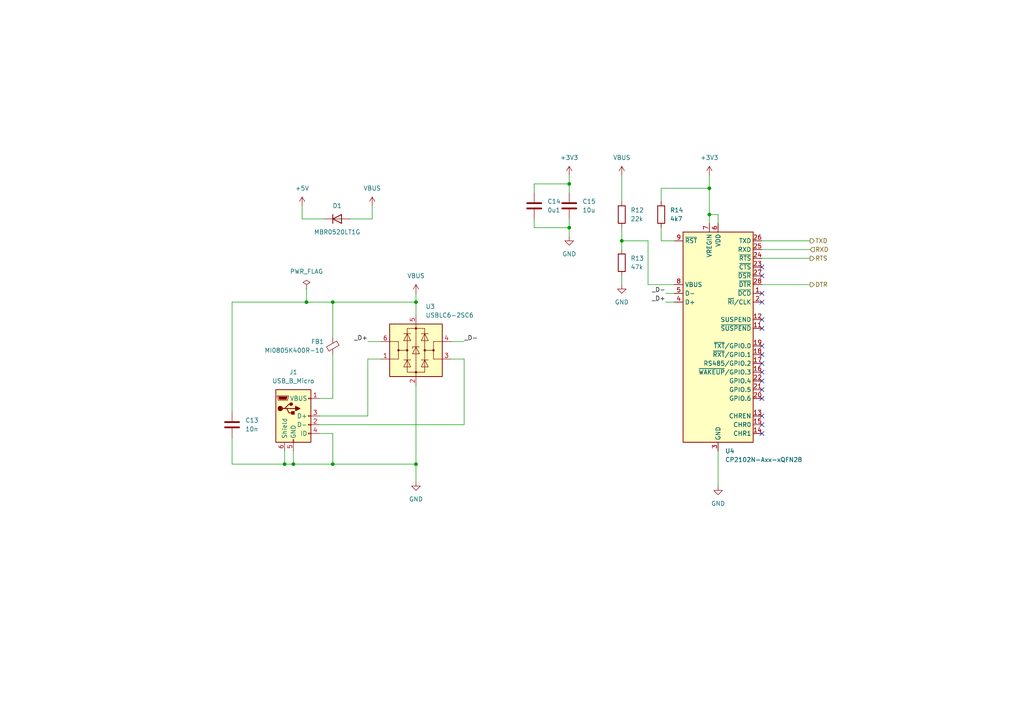
<source format=kicad_sch>
(kicad_sch (version 20211123) (generator eeschema)

  (uuid 5ce64adb-7d6f-4855-b260-23509984dabe)

  (paper "A4")

  (title_block
    (title "TJ Diag")
    (date "2023-09-12")
    (rev "V1.00")
    (company "andy@britishideas.com")
    (comment 1 "V210/ChryslerScanner_V210/schematic/ChryslerScanner_V210_schematic.pdf")
    (comment 2 "Based on: https://github.com/laszlodaniel/ChryslerScanner/blob/master/PCB/")
    (comment 3 "GPL V3 LICENSE")
  )

  (lib_symbols
    (symbol "Connector:USB_B_Micro" (pin_names (offset 1.016)) (in_bom yes) (on_board yes)
      (property "Reference" "J" (id 0) (at -5.08 11.43 0)
        (effects (font (size 1.27 1.27)) (justify left))
      )
      (property "Value" "USB_B_Micro" (id 1) (at -5.08 8.89 0)
        (effects (font (size 1.27 1.27)) (justify left))
      )
      (property "Footprint" "" (id 2) (at 3.81 -1.27 0)
        (effects (font (size 1.27 1.27)) hide)
      )
      (property "Datasheet" "~" (id 3) (at 3.81 -1.27 0)
        (effects (font (size 1.27 1.27)) hide)
      )
      (property "ki_keywords" "connector USB micro" (id 4) (at 0 0 0)
        (effects (font (size 1.27 1.27)) hide)
      )
      (property "ki_description" "USB Micro Type B connector" (id 5) (at 0 0 0)
        (effects (font (size 1.27 1.27)) hide)
      )
      (property "ki_fp_filters" "USB*" (id 6) (at 0 0 0)
        (effects (font (size 1.27 1.27)) hide)
      )
      (symbol "USB_B_Micro_0_1"
        (rectangle (start -5.08 -7.62) (end 5.08 7.62)
          (stroke (width 0.254) (type default) (color 0 0 0 0))
          (fill (type background))
        )
        (circle (center -3.81 2.159) (radius 0.635)
          (stroke (width 0.254) (type default) (color 0 0 0 0))
          (fill (type outline))
        )
        (circle (center -0.635 3.429) (radius 0.381)
          (stroke (width 0.254) (type default) (color 0 0 0 0))
          (fill (type outline))
        )
        (rectangle (start -0.127 -7.62) (end 0.127 -6.858)
          (stroke (width 0) (type default) (color 0 0 0 0))
          (fill (type none))
        )
        (polyline
          (pts
            (xy -1.905 2.159)
            (xy 0.635 2.159)
          )
          (stroke (width 0.254) (type default) (color 0 0 0 0))
          (fill (type none))
        )
        (polyline
          (pts
            (xy -3.175 2.159)
            (xy -2.54 2.159)
            (xy -1.27 3.429)
            (xy -0.635 3.429)
          )
          (stroke (width 0.254) (type default) (color 0 0 0 0))
          (fill (type none))
        )
        (polyline
          (pts
            (xy -2.54 2.159)
            (xy -1.905 2.159)
            (xy -1.27 0.889)
            (xy 0 0.889)
          )
          (stroke (width 0.254) (type default) (color 0 0 0 0))
          (fill (type none))
        )
        (polyline
          (pts
            (xy 0.635 2.794)
            (xy 0.635 1.524)
            (xy 1.905 2.159)
            (xy 0.635 2.794)
          )
          (stroke (width 0.254) (type default) (color 0 0 0 0))
          (fill (type outline))
        )
        (polyline
          (pts
            (xy -4.318 5.588)
            (xy -1.778 5.588)
            (xy -2.032 4.826)
            (xy -4.064 4.826)
            (xy -4.318 5.588)
          )
          (stroke (width 0) (type default) (color 0 0 0 0))
          (fill (type outline))
        )
        (polyline
          (pts
            (xy -4.699 5.842)
            (xy -4.699 5.588)
            (xy -4.445 4.826)
            (xy -4.445 4.572)
            (xy -1.651 4.572)
            (xy -1.651 4.826)
            (xy -1.397 5.588)
            (xy -1.397 5.842)
            (xy -4.699 5.842)
          )
          (stroke (width 0) (type default) (color 0 0 0 0))
          (fill (type none))
        )
        (rectangle (start 0.254 1.27) (end -0.508 0.508)
          (stroke (width 0.254) (type default) (color 0 0 0 0))
          (fill (type outline))
        )
        (rectangle (start 5.08 -5.207) (end 4.318 -4.953)
          (stroke (width 0) (type default) (color 0 0 0 0))
          (fill (type none))
        )
        (rectangle (start 5.08 -2.667) (end 4.318 -2.413)
          (stroke (width 0) (type default) (color 0 0 0 0))
          (fill (type none))
        )
        (rectangle (start 5.08 -0.127) (end 4.318 0.127)
          (stroke (width 0) (type default) (color 0 0 0 0))
          (fill (type none))
        )
        (rectangle (start 5.08 4.953) (end 4.318 5.207)
          (stroke (width 0) (type default) (color 0 0 0 0))
          (fill (type none))
        )
      )
      (symbol "USB_B_Micro_1_1"
        (pin power_out line (at 7.62 5.08 180) (length 2.54)
          (name "VBUS" (effects (font (size 1.27 1.27))))
          (number "1" (effects (font (size 1.27 1.27))))
        )
        (pin bidirectional line (at 7.62 -2.54 180) (length 2.54)
          (name "D-" (effects (font (size 1.27 1.27))))
          (number "2" (effects (font (size 1.27 1.27))))
        )
        (pin bidirectional line (at 7.62 0 180) (length 2.54)
          (name "D+" (effects (font (size 1.27 1.27))))
          (number "3" (effects (font (size 1.27 1.27))))
        )
        (pin passive line (at 7.62 -5.08 180) (length 2.54)
          (name "ID" (effects (font (size 1.27 1.27))))
          (number "4" (effects (font (size 1.27 1.27))))
        )
        (pin power_out line (at 0 -10.16 90) (length 2.54)
          (name "GND" (effects (font (size 1.27 1.27))))
          (number "5" (effects (font (size 1.27 1.27))))
        )
        (pin passive line (at -2.54 -10.16 90) (length 2.54)
          (name "Shield" (effects (font (size 1.27 1.27))))
          (number "6" (effects (font (size 1.27 1.27))))
        )
      )
    )
    (symbol "Device:C" (pin_numbers hide) (pin_names (offset 0.254)) (in_bom yes) (on_board yes)
      (property "Reference" "C" (id 0) (at 0.635 2.54 0)
        (effects (font (size 1.27 1.27)) (justify left))
      )
      (property "Value" "C" (id 1) (at 0.635 -2.54 0)
        (effects (font (size 1.27 1.27)) (justify left))
      )
      (property "Footprint" "" (id 2) (at 0.9652 -3.81 0)
        (effects (font (size 1.27 1.27)) hide)
      )
      (property "Datasheet" "~" (id 3) (at 0 0 0)
        (effects (font (size 1.27 1.27)) hide)
      )
      (property "ki_keywords" "cap capacitor" (id 4) (at 0 0 0)
        (effects (font (size 1.27 1.27)) hide)
      )
      (property "ki_description" "Unpolarized capacitor" (id 5) (at 0 0 0)
        (effects (font (size 1.27 1.27)) hide)
      )
      (property "ki_fp_filters" "C_*" (id 6) (at 0 0 0)
        (effects (font (size 1.27 1.27)) hide)
      )
      (symbol "C_0_1"
        (polyline
          (pts
            (xy -2.032 -0.762)
            (xy 2.032 -0.762)
          )
          (stroke (width 0.508) (type default) (color 0 0 0 0))
          (fill (type none))
        )
        (polyline
          (pts
            (xy -2.032 0.762)
            (xy 2.032 0.762)
          )
          (stroke (width 0.508) (type default) (color 0 0 0 0))
          (fill (type none))
        )
      )
      (symbol "C_1_1"
        (pin passive line (at 0 3.81 270) (length 2.794)
          (name "~" (effects (font (size 1.27 1.27))))
          (number "1" (effects (font (size 1.27 1.27))))
        )
        (pin passive line (at 0 -3.81 90) (length 2.794)
          (name "~" (effects (font (size 1.27 1.27))))
          (number "2" (effects (font (size 1.27 1.27))))
        )
      )
    )
    (symbol "Device:D" (pin_numbers hide) (pin_names (offset 1.016) hide) (in_bom yes) (on_board yes)
      (property "Reference" "D" (id 0) (at 0 2.54 0)
        (effects (font (size 1.27 1.27)))
      )
      (property "Value" "D" (id 1) (at 0 -2.54 0)
        (effects (font (size 1.27 1.27)))
      )
      (property "Footprint" "" (id 2) (at 0 0 0)
        (effects (font (size 1.27 1.27)) hide)
      )
      (property "Datasheet" "~" (id 3) (at 0 0 0)
        (effects (font (size 1.27 1.27)) hide)
      )
      (property "ki_keywords" "diode" (id 4) (at 0 0 0)
        (effects (font (size 1.27 1.27)) hide)
      )
      (property "ki_description" "Diode" (id 5) (at 0 0 0)
        (effects (font (size 1.27 1.27)) hide)
      )
      (property "ki_fp_filters" "TO-???* *_Diode_* *SingleDiode* D_*" (id 6) (at 0 0 0)
        (effects (font (size 1.27 1.27)) hide)
      )
      (symbol "D_0_1"
        (polyline
          (pts
            (xy -1.27 1.27)
            (xy -1.27 -1.27)
          )
          (stroke (width 0.254) (type default) (color 0 0 0 0))
          (fill (type none))
        )
        (polyline
          (pts
            (xy 1.27 0)
            (xy -1.27 0)
          )
          (stroke (width 0) (type default) (color 0 0 0 0))
          (fill (type none))
        )
        (polyline
          (pts
            (xy 1.27 1.27)
            (xy 1.27 -1.27)
            (xy -1.27 0)
            (xy 1.27 1.27)
          )
          (stroke (width 0.254) (type default) (color 0 0 0 0))
          (fill (type none))
        )
      )
      (symbol "D_1_1"
        (pin passive line (at -3.81 0 0) (length 2.54)
          (name "K" (effects (font (size 1.27 1.27))))
          (number "1" (effects (font (size 1.27 1.27))))
        )
        (pin passive line (at 3.81 0 180) (length 2.54)
          (name "A" (effects (font (size 1.27 1.27))))
          (number "2" (effects (font (size 1.27 1.27))))
        )
      )
    )
    (symbol "Device:FerriteBead_Small" (pin_numbers hide) (pin_names (offset 0)) (in_bom yes) (on_board yes)
      (property "Reference" "FB" (id 0) (at 1.905 1.27 0)
        (effects (font (size 1.27 1.27)) (justify left))
      )
      (property "Value" "FerriteBead_Small" (id 1) (at 1.905 -1.27 0)
        (effects (font (size 1.27 1.27)) (justify left))
      )
      (property "Footprint" "" (id 2) (at -1.778 0 90)
        (effects (font (size 1.27 1.27)) hide)
      )
      (property "Datasheet" "~" (id 3) (at 0 0 0)
        (effects (font (size 1.27 1.27)) hide)
      )
      (property "ki_keywords" "L ferrite bead inductor filter" (id 4) (at 0 0 0)
        (effects (font (size 1.27 1.27)) hide)
      )
      (property "ki_description" "Ferrite bead, small symbol" (id 5) (at 0 0 0)
        (effects (font (size 1.27 1.27)) hide)
      )
      (property "ki_fp_filters" "Inductor_* L_* *Ferrite*" (id 6) (at 0 0 0)
        (effects (font (size 1.27 1.27)) hide)
      )
      (symbol "FerriteBead_Small_0_1"
        (polyline
          (pts
            (xy 0 -1.27)
            (xy 0 -0.7874)
          )
          (stroke (width 0) (type default) (color 0 0 0 0))
          (fill (type none))
        )
        (polyline
          (pts
            (xy 0 0.889)
            (xy 0 1.2954)
          )
          (stroke (width 0) (type default) (color 0 0 0 0))
          (fill (type none))
        )
        (polyline
          (pts
            (xy -1.8288 0.2794)
            (xy -1.1176 1.4986)
            (xy 1.8288 -0.2032)
            (xy 1.1176 -1.4224)
            (xy -1.8288 0.2794)
          )
          (stroke (width 0) (type default) (color 0 0 0 0))
          (fill (type none))
        )
      )
      (symbol "FerriteBead_Small_1_1"
        (pin passive line (at 0 2.54 270) (length 1.27)
          (name "~" (effects (font (size 1.27 1.27))))
          (number "1" (effects (font (size 1.27 1.27))))
        )
        (pin passive line (at 0 -2.54 90) (length 1.27)
          (name "~" (effects (font (size 1.27 1.27))))
          (number "2" (effects (font (size 1.27 1.27))))
        )
      )
    )
    (symbol "Device:R" (pin_numbers hide) (pin_names (offset 0)) (in_bom yes) (on_board yes)
      (property "Reference" "R" (id 0) (at 2.032 0 90)
        (effects (font (size 1.27 1.27)))
      )
      (property "Value" "R" (id 1) (at 0 0 90)
        (effects (font (size 1.27 1.27)))
      )
      (property "Footprint" "" (id 2) (at -1.778 0 90)
        (effects (font (size 1.27 1.27)) hide)
      )
      (property "Datasheet" "~" (id 3) (at 0 0 0)
        (effects (font (size 1.27 1.27)) hide)
      )
      (property "ki_keywords" "R res resistor" (id 4) (at 0 0 0)
        (effects (font (size 1.27 1.27)) hide)
      )
      (property "ki_description" "Resistor" (id 5) (at 0 0 0)
        (effects (font (size 1.27 1.27)) hide)
      )
      (property "ki_fp_filters" "R_*" (id 6) (at 0 0 0)
        (effects (font (size 1.27 1.27)) hide)
      )
      (symbol "R_0_1"
        (rectangle (start -1.016 -2.54) (end 1.016 2.54)
          (stroke (width 0.254) (type default) (color 0 0 0 0))
          (fill (type none))
        )
      )
      (symbol "R_1_1"
        (pin passive line (at 0 3.81 270) (length 1.27)
          (name "~" (effects (font (size 1.27 1.27))))
          (number "1" (effects (font (size 1.27 1.27))))
        )
        (pin passive line (at 0 -3.81 90) (length 1.27)
          (name "~" (effects (font (size 1.27 1.27))))
          (number "2" (effects (font (size 1.27 1.27))))
        )
      )
    )
    (symbol "Interface_USB:CP2102N-Axx-xQFN28" (in_bom yes) (on_board yes)
      (property "Reference" "U" (id 0) (at -8.89 31.75 0)
        (effects (font (size 1.27 1.27)))
      )
      (property "Value" "CP2102N-Axx-xQFN28" (id 1) (at 12.7 31.75 0)
        (effects (font (size 1.27 1.27)))
      )
      (property "Footprint" "Package_DFN_QFN:QFN-28-1EP_5x5mm_P0.5mm_EP3.35x3.35mm" (id 2) (at 33.02 -31.75 0)
        (effects (font (size 1.27 1.27)) hide)
      )
      (property "Datasheet" "https://www.silabs.com/documents/public/data-sheets/cp2102n-datasheet.pdf" (id 3) (at 1.27 -19.05 0)
        (effects (font (size 1.27 1.27)) hide)
      )
      (property "ki_keywords" "USB UART bridge" (id 4) (at 0 0 0)
        (effects (font (size 1.27 1.27)) hide)
      )
      (property "ki_description" "USB to UART master bridge, QFN-28" (id 5) (at 0 0 0)
        (effects (font (size 1.27 1.27)) hide)
      )
      (property "ki_fp_filters" "QFN*1EP*5x5mm*P0.5mm*" (id 6) (at 0 0 0)
        (effects (font (size 1.27 1.27)) hide)
      )
      (symbol "CP2102N-Axx-xQFN28_0_1"
        (rectangle (start -10.16 30.48) (end 10.16 -30.48)
          (stroke (width 0.254) (type default) (color 0 0 0 0))
          (fill (type background))
        )
      )
      (symbol "CP2102N-Axx-xQFN28_1_1"
        (pin input line (at 12.7 12.7 180) (length 2.54)
          (name "~{DCD}" (effects (font (size 1.27 1.27))))
          (number "1" (effects (font (size 1.27 1.27))))
        )
        (pin no_connect line (at -10.16 -27.94 0) (length 2.54) hide
          (name "NC" (effects (font (size 1.27 1.27))))
          (number "10" (effects (font (size 1.27 1.27))))
        )
        (pin output line (at 12.7 2.54 180) (length 2.54)
          (name "~{SUSPEND}" (effects (font (size 1.27 1.27))))
          (number "11" (effects (font (size 1.27 1.27))))
        )
        (pin output line (at 12.7 5.08 180) (length 2.54)
          (name "SUSPEND" (effects (font (size 1.27 1.27))))
          (number "12" (effects (font (size 1.27 1.27))))
        )
        (pin output line (at 12.7 -22.86 180) (length 2.54)
          (name "CHREN" (effects (font (size 1.27 1.27))))
          (number "13" (effects (font (size 1.27 1.27))))
        )
        (pin output line (at 12.7 -27.94 180) (length 2.54)
          (name "CHR1" (effects (font (size 1.27 1.27))))
          (number "14" (effects (font (size 1.27 1.27))))
        )
        (pin output line (at 12.7 -25.4 180) (length 2.54)
          (name "CHR0" (effects (font (size 1.27 1.27))))
          (number "15" (effects (font (size 1.27 1.27))))
        )
        (pin bidirectional line (at 12.7 -10.16 180) (length 2.54)
          (name "~{WAKEUP}/GPIO.3" (effects (font (size 1.27 1.27))))
          (number "16" (effects (font (size 1.27 1.27))))
        )
        (pin bidirectional line (at 12.7 -7.62 180) (length 2.54)
          (name "RS485/GPIO.2" (effects (font (size 1.27 1.27))))
          (number "17" (effects (font (size 1.27 1.27))))
        )
        (pin bidirectional line (at 12.7 -5.08 180) (length 2.54)
          (name "~{RXT}/GPIO.1" (effects (font (size 1.27 1.27))))
          (number "18" (effects (font (size 1.27 1.27))))
        )
        (pin bidirectional line (at 12.7 -2.54 180) (length 2.54)
          (name "~{TXT}/GPIO.0" (effects (font (size 1.27 1.27))))
          (number "19" (effects (font (size 1.27 1.27))))
        )
        (pin bidirectional line (at 12.7 10.16 180) (length 2.54)
          (name "~{RI}/CLK" (effects (font (size 1.27 1.27))))
          (number "2" (effects (font (size 1.27 1.27))))
        )
        (pin bidirectional line (at 12.7 -17.78 180) (length 2.54)
          (name "GPIO.6" (effects (font (size 1.27 1.27))))
          (number "20" (effects (font (size 1.27 1.27))))
        )
        (pin bidirectional line (at 12.7 -15.24 180) (length 2.54)
          (name "GPIO.5" (effects (font (size 1.27 1.27))))
          (number "21" (effects (font (size 1.27 1.27))))
        )
        (pin bidirectional line (at 12.7 -12.7 180) (length 2.54)
          (name "GPIO.4" (effects (font (size 1.27 1.27))))
          (number "22" (effects (font (size 1.27 1.27))))
        )
        (pin input line (at 12.7 20.32 180) (length 2.54)
          (name "~{CTS}" (effects (font (size 1.27 1.27))))
          (number "23" (effects (font (size 1.27 1.27))))
        )
        (pin output line (at 12.7 22.86 180) (length 2.54)
          (name "~{RTS}" (effects (font (size 1.27 1.27))))
          (number "24" (effects (font (size 1.27 1.27))))
        )
        (pin input line (at 12.7 25.4 180) (length 2.54)
          (name "RXD" (effects (font (size 1.27 1.27))))
          (number "25" (effects (font (size 1.27 1.27))))
        )
        (pin output line (at 12.7 27.94 180) (length 2.54)
          (name "TXD" (effects (font (size 1.27 1.27))))
          (number "26" (effects (font (size 1.27 1.27))))
        )
        (pin input line (at 12.7 17.78 180) (length 2.54)
          (name "~{DSR}" (effects (font (size 1.27 1.27))))
          (number "27" (effects (font (size 1.27 1.27))))
        )
        (pin output line (at 12.7 15.24 180) (length 2.54)
          (name "~{DTR}" (effects (font (size 1.27 1.27))))
          (number "28" (effects (font (size 1.27 1.27))))
        )
        (pin passive line (at 0 -33.02 90) (length 2.54) hide
          (name "GND" (effects (font (size 1.27 1.27))))
          (number "29" (effects (font (size 1.27 1.27))))
        )
        (pin power_in line (at 0 -33.02 90) (length 2.54)
          (name "GND" (effects (font (size 1.27 1.27))))
          (number "3" (effects (font (size 1.27 1.27))))
        )
        (pin bidirectional line (at -12.7 10.16 0) (length 2.54)
          (name "D+" (effects (font (size 1.27 1.27))))
          (number "4" (effects (font (size 1.27 1.27))))
        )
        (pin bidirectional line (at -12.7 12.7 0) (length 2.54)
          (name "D-" (effects (font (size 1.27 1.27))))
          (number "5" (effects (font (size 1.27 1.27))))
        )
        (pin power_in line (at 0 33.02 270) (length 2.54)
          (name "VDD" (effects (font (size 1.27 1.27))))
          (number "6" (effects (font (size 1.27 1.27))))
        )
        (pin power_in line (at -2.54 33.02 270) (length 2.54)
          (name "VREGIN" (effects (font (size 1.27 1.27))))
          (number "7" (effects (font (size 1.27 1.27))))
        )
        (pin input line (at -12.7 15.24 0) (length 2.54)
          (name "VBUS" (effects (font (size 1.27 1.27))))
          (number "8" (effects (font (size 1.27 1.27))))
        )
        (pin input line (at -12.7 27.94 0) (length 2.54)
          (name "~{RST}" (effects (font (size 1.27 1.27))))
          (number "9" (effects (font (size 1.27 1.27))))
        )
      )
    )
    (symbol "Power_Protection:USBLC6-2SC6" (pin_names hide) (in_bom yes) (on_board yes)
      (property "Reference" "U" (id 0) (at 2.54 8.89 0)
        (effects (font (size 1.27 1.27)) (justify left))
      )
      (property "Value" "USBLC6-2SC6" (id 1) (at 2.54 -8.89 0)
        (effects (font (size 1.27 1.27)) (justify left))
      )
      (property "Footprint" "Package_TO_SOT_SMD:SOT-23-6" (id 2) (at 0 -12.7 0)
        (effects (font (size 1.27 1.27)) hide)
      )
      (property "Datasheet" "https://www.st.com/resource/en/datasheet/usblc6-2.pdf" (id 3) (at 5.08 8.89 0)
        (effects (font (size 1.27 1.27)) hide)
      )
      (property "ki_keywords" "usb ethernet video" (id 4) (at 0 0 0)
        (effects (font (size 1.27 1.27)) hide)
      )
      (property "ki_description" "Very low capacitance ESD protection diode, 2 data-line, SOT-23-6" (id 5) (at 0 0 0)
        (effects (font (size 1.27 1.27)) hide)
      )
      (property "ki_fp_filters" "SOT?23*" (id 6) (at 0 0 0)
        (effects (font (size 1.27 1.27)) hide)
      )
      (symbol "USBLC6-2SC6_0_1"
        (rectangle (start -7.62 -7.62) (end 7.62 7.62)
          (stroke (width 0.254) (type default) (color 0 0 0 0))
          (fill (type background))
        )
        (circle (center -5.08 0) (radius 0.254)
          (stroke (width 0) (type default) (color 0 0 0 0))
          (fill (type outline))
        )
        (circle (center -2.54 0) (radius 0.254)
          (stroke (width 0) (type default) (color 0 0 0 0))
          (fill (type outline))
        )
        (rectangle (start -2.54 6.35) (end 2.54 -6.35)
          (stroke (width 0) (type default) (color 0 0 0 0))
          (fill (type none))
        )
        (circle (center 0 -6.35) (radius 0.254)
          (stroke (width 0) (type default) (color 0 0 0 0))
          (fill (type outline))
        )
        (polyline
          (pts
            (xy -5.08 -2.54)
            (xy -7.62 -2.54)
          )
          (stroke (width 0) (type default) (color 0 0 0 0))
          (fill (type none))
        )
        (polyline
          (pts
            (xy -5.08 0)
            (xy -5.08 -2.54)
          )
          (stroke (width 0) (type default) (color 0 0 0 0))
          (fill (type none))
        )
        (polyline
          (pts
            (xy -5.08 2.54)
            (xy -7.62 2.54)
          )
          (stroke (width 0) (type default) (color 0 0 0 0))
          (fill (type none))
        )
        (polyline
          (pts
            (xy -1.524 -2.794)
            (xy -3.556 -2.794)
          )
          (stroke (width 0) (type default) (color 0 0 0 0))
          (fill (type none))
        )
        (polyline
          (pts
            (xy -1.524 4.826)
            (xy -3.556 4.826)
          )
          (stroke (width 0) (type default) (color 0 0 0 0))
          (fill (type none))
        )
        (polyline
          (pts
            (xy 0 -7.62)
            (xy 0 -6.35)
          )
          (stroke (width 0) (type default) (color 0 0 0 0))
          (fill (type none))
        )
        (polyline
          (pts
            (xy 0 -6.35)
            (xy 0 1.27)
          )
          (stroke (width 0) (type default) (color 0 0 0 0))
          (fill (type none))
        )
        (polyline
          (pts
            (xy 0 1.27)
            (xy 0 6.35)
          )
          (stroke (width 0) (type default) (color 0 0 0 0))
          (fill (type none))
        )
        (polyline
          (pts
            (xy 0 6.35)
            (xy 0 7.62)
          )
          (stroke (width 0) (type default) (color 0 0 0 0))
          (fill (type none))
        )
        (polyline
          (pts
            (xy 1.524 -2.794)
            (xy 3.556 -2.794)
          )
          (stroke (width 0) (type default) (color 0 0 0 0))
          (fill (type none))
        )
        (polyline
          (pts
            (xy 1.524 4.826)
            (xy 3.556 4.826)
          )
          (stroke (width 0) (type default) (color 0 0 0 0))
          (fill (type none))
        )
        (polyline
          (pts
            (xy 5.08 -2.54)
            (xy 7.62 -2.54)
          )
          (stroke (width 0) (type default) (color 0 0 0 0))
          (fill (type none))
        )
        (polyline
          (pts
            (xy 5.08 0)
            (xy 5.08 -2.54)
          )
          (stroke (width 0) (type default) (color 0 0 0 0))
          (fill (type none))
        )
        (polyline
          (pts
            (xy 5.08 2.54)
            (xy 7.62 2.54)
          )
          (stroke (width 0) (type default) (color 0 0 0 0))
          (fill (type none))
        )
        (polyline
          (pts
            (xy -2.54 0)
            (xy -5.08 0)
            (xy -5.08 2.54)
          )
          (stroke (width 0) (type default) (color 0 0 0 0))
          (fill (type none))
        )
        (polyline
          (pts
            (xy 2.54 0)
            (xy 5.08 0)
            (xy 5.08 2.54)
          )
          (stroke (width 0) (type default) (color 0 0 0 0))
          (fill (type none))
        )
        (polyline
          (pts
            (xy -3.556 -4.826)
            (xy -1.524 -4.826)
            (xy -2.54 -2.794)
            (xy -3.556 -4.826)
          )
          (stroke (width 0) (type default) (color 0 0 0 0))
          (fill (type none))
        )
        (polyline
          (pts
            (xy -3.556 2.794)
            (xy -1.524 2.794)
            (xy -2.54 4.826)
            (xy -3.556 2.794)
          )
          (stroke (width 0) (type default) (color 0 0 0 0))
          (fill (type none))
        )
        (polyline
          (pts
            (xy -1.016 -1.016)
            (xy 1.016 -1.016)
            (xy 0 1.016)
            (xy -1.016 -1.016)
          )
          (stroke (width 0) (type default) (color 0 0 0 0))
          (fill (type none))
        )
        (polyline
          (pts
            (xy 1.016 1.016)
            (xy 0.762 1.016)
            (xy -1.016 1.016)
            (xy -1.016 0.508)
          )
          (stroke (width 0) (type default) (color 0 0 0 0))
          (fill (type none))
        )
        (polyline
          (pts
            (xy 3.556 -4.826)
            (xy 1.524 -4.826)
            (xy 2.54 -2.794)
            (xy 3.556 -4.826)
          )
          (stroke (width 0) (type default) (color 0 0 0 0))
          (fill (type none))
        )
        (polyline
          (pts
            (xy 3.556 2.794)
            (xy 1.524 2.794)
            (xy 2.54 4.826)
            (xy 3.556 2.794)
          )
          (stroke (width 0) (type default) (color 0 0 0 0))
          (fill (type none))
        )
        (circle (center 0 6.35) (radius 0.254)
          (stroke (width 0) (type default) (color 0 0 0 0))
          (fill (type outline))
        )
        (circle (center 2.54 0) (radius 0.254)
          (stroke (width 0) (type default) (color 0 0 0 0))
          (fill (type outline))
        )
        (circle (center 5.08 0) (radius 0.254)
          (stroke (width 0) (type default) (color 0 0 0 0))
          (fill (type outline))
        )
      )
      (symbol "USBLC6-2SC6_1_1"
        (pin passive line (at -10.16 -2.54 0) (length 2.54)
          (name "I/O1" (effects (font (size 1.27 1.27))))
          (number "1" (effects (font (size 1.27 1.27))))
        )
        (pin passive line (at 0 -10.16 90) (length 2.54)
          (name "GND" (effects (font (size 1.27 1.27))))
          (number "2" (effects (font (size 1.27 1.27))))
        )
        (pin passive line (at 10.16 -2.54 180) (length 2.54)
          (name "I/O2" (effects (font (size 1.27 1.27))))
          (number "3" (effects (font (size 1.27 1.27))))
        )
        (pin passive line (at 10.16 2.54 180) (length 2.54)
          (name "I/O2" (effects (font (size 1.27 1.27))))
          (number "4" (effects (font (size 1.27 1.27))))
        )
        (pin passive line (at 0 10.16 270) (length 2.54)
          (name "VBUS" (effects (font (size 1.27 1.27))))
          (number "5" (effects (font (size 1.27 1.27))))
        )
        (pin passive line (at -10.16 2.54 0) (length 2.54)
          (name "I/O1" (effects (font (size 1.27 1.27))))
          (number "6" (effects (font (size 1.27 1.27))))
        )
      )
    )
    (symbol "power:+3V3" (power) (pin_names (offset 0)) (in_bom yes) (on_board yes)
      (property "Reference" "#PWR" (id 0) (at 0 -3.81 0)
        (effects (font (size 1.27 1.27)) hide)
      )
      (property "Value" "+3V3" (id 1) (at 0 3.556 0)
        (effects (font (size 1.27 1.27)))
      )
      (property "Footprint" "" (id 2) (at 0 0 0)
        (effects (font (size 1.27 1.27)) hide)
      )
      (property "Datasheet" "" (id 3) (at 0 0 0)
        (effects (font (size 1.27 1.27)) hide)
      )
      (property "ki_keywords" "power-flag" (id 4) (at 0 0 0)
        (effects (font (size 1.27 1.27)) hide)
      )
      (property "ki_description" "Power symbol creates a global label with name \"+3V3\"" (id 5) (at 0 0 0)
        (effects (font (size 1.27 1.27)) hide)
      )
      (symbol "+3V3_0_1"
        (polyline
          (pts
            (xy -0.762 1.27)
            (xy 0 2.54)
          )
          (stroke (width 0) (type default) (color 0 0 0 0))
          (fill (type none))
        )
        (polyline
          (pts
            (xy 0 0)
            (xy 0 2.54)
          )
          (stroke (width 0) (type default) (color 0 0 0 0))
          (fill (type none))
        )
        (polyline
          (pts
            (xy 0 2.54)
            (xy 0.762 1.27)
          )
          (stroke (width 0) (type default) (color 0 0 0 0))
          (fill (type none))
        )
      )
      (symbol "+3V3_1_1"
        (pin power_in line (at 0 0 90) (length 0) hide
          (name "+3V3" (effects (font (size 1.27 1.27))))
          (number "1" (effects (font (size 1.27 1.27))))
        )
      )
    )
    (symbol "power:+5V" (power) (pin_names (offset 0)) (in_bom yes) (on_board yes)
      (property "Reference" "#PWR" (id 0) (at 0 -3.81 0)
        (effects (font (size 1.27 1.27)) hide)
      )
      (property "Value" "+5V" (id 1) (at 0 3.556 0)
        (effects (font (size 1.27 1.27)))
      )
      (property "Footprint" "" (id 2) (at 0 0 0)
        (effects (font (size 1.27 1.27)) hide)
      )
      (property "Datasheet" "" (id 3) (at 0 0 0)
        (effects (font (size 1.27 1.27)) hide)
      )
      (property "ki_keywords" "power-flag" (id 4) (at 0 0 0)
        (effects (font (size 1.27 1.27)) hide)
      )
      (property "ki_description" "Power symbol creates a global label with name \"+5V\"" (id 5) (at 0 0 0)
        (effects (font (size 1.27 1.27)) hide)
      )
      (symbol "+5V_0_1"
        (polyline
          (pts
            (xy -0.762 1.27)
            (xy 0 2.54)
          )
          (stroke (width 0) (type default) (color 0 0 0 0))
          (fill (type none))
        )
        (polyline
          (pts
            (xy 0 0)
            (xy 0 2.54)
          )
          (stroke (width 0) (type default) (color 0 0 0 0))
          (fill (type none))
        )
        (polyline
          (pts
            (xy 0 2.54)
            (xy 0.762 1.27)
          )
          (stroke (width 0) (type default) (color 0 0 0 0))
          (fill (type none))
        )
      )
      (symbol "+5V_1_1"
        (pin power_in line (at 0 0 90) (length 0) hide
          (name "+5V" (effects (font (size 1.27 1.27))))
          (number "1" (effects (font (size 1.27 1.27))))
        )
      )
    )
    (symbol "power:GND" (power) (pin_names (offset 0)) (in_bom yes) (on_board yes)
      (property "Reference" "#PWR" (id 0) (at 0 -6.35 0)
        (effects (font (size 1.27 1.27)) hide)
      )
      (property "Value" "GND" (id 1) (at 0 -3.81 0)
        (effects (font (size 1.27 1.27)))
      )
      (property "Footprint" "" (id 2) (at 0 0 0)
        (effects (font (size 1.27 1.27)) hide)
      )
      (property "Datasheet" "" (id 3) (at 0 0 0)
        (effects (font (size 1.27 1.27)) hide)
      )
      (property "ki_keywords" "power-flag" (id 4) (at 0 0 0)
        (effects (font (size 1.27 1.27)) hide)
      )
      (property "ki_description" "Power symbol creates a global label with name \"GND\" , ground" (id 5) (at 0 0 0)
        (effects (font (size 1.27 1.27)) hide)
      )
      (symbol "GND_0_1"
        (polyline
          (pts
            (xy 0 0)
            (xy 0 -1.27)
            (xy 1.27 -1.27)
            (xy 0 -2.54)
            (xy -1.27 -1.27)
            (xy 0 -1.27)
          )
          (stroke (width 0) (type default) (color 0 0 0 0))
          (fill (type none))
        )
      )
      (symbol "GND_1_1"
        (pin power_in line (at 0 0 270) (length 0) hide
          (name "GND" (effects (font (size 1.27 1.27))))
          (number "1" (effects (font (size 1.27 1.27))))
        )
      )
    )
    (symbol "power:PWR_FLAG" (power) (pin_numbers hide) (pin_names (offset 0) hide) (in_bom yes) (on_board yes)
      (property "Reference" "#FLG" (id 0) (at 0 1.905 0)
        (effects (font (size 1.27 1.27)) hide)
      )
      (property "Value" "PWR_FLAG" (id 1) (at 0 3.81 0)
        (effects (font (size 1.27 1.27)))
      )
      (property "Footprint" "" (id 2) (at 0 0 0)
        (effects (font (size 1.27 1.27)) hide)
      )
      (property "Datasheet" "~" (id 3) (at 0 0 0)
        (effects (font (size 1.27 1.27)) hide)
      )
      (property "ki_keywords" "power-flag" (id 4) (at 0 0 0)
        (effects (font (size 1.27 1.27)) hide)
      )
      (property "ki_description" "Special symbol for telling ERC where power comes from" (id 5) (at 0 0 0)
        (effects (font (size 1.27 1.27)) hide)
      )
      (symbol "PWR_FLAG_0_0"
        (pin power_out line (at 0 0 90) (length 0)
          (name "pwr" (effects (font (size 1.27 1.27))))
          (number "1" (effects (font (size 1.27 1.27))))
        )
      )
      (symbol "PWR_FLAG_0_1"
        (polyline
          (pts
            (xy 0 0)
            (xy 0 1.27)
            (xy -1.016 1.905)
            (xy 0 2.54)
            (xy 1.016 1.905)
            (xy 0 1.27)
          )
          (stroke (width 0) (type default) (color 0 0 0 0))
          (fill (type none))
        )
      )
    )
    (symbol "power:VBUS" (power) (pin_names (offset 0)) (in_bom yes) (on_board yes)
      (property "Reference" "#PWR" (id 0) (at 0 -3.81 0)
        (effects (font (size 1.27 1.27)) hide)
      )
      (property "Value" "VBUS" (id 1) (at 0 3.81 0)
        (effects (font (size 1.27 1.27)))
      )
      (property "Footprint" "" (id 2) (at 0 0 0)
        (effects (font (size 1.27 1.27)) hide)
      )
      (property "Datasheet" "" (id 3) (at 0 0 0)
        (effects (font (size 1.27 1.27)) hide)
      )
      (property "ki_keywords" "power-flag" (id 4) (at 0 0 0)
        (effects (font (size 1.27 1.27)) hide)
      )
      (property "ki_description" "Power symbol creates a global label with name \"VBUS\"" (id 5) (at 0 0 0)
        (effects (font (size 1.27 1.27)) hide)
      )
      (symbol "VBUS_0_1"
        (polyline
          (pts
            (xy -0.762 1.27)
            (xy 0 2.54)
          )
          (stroke (width 0) (type default) (color 0 0 0 0))
          (fill (type none))
        )
        (polyline
          (pts
            (xy 0 0)
            (xy 0 2.54)
          )
          (stroke (width 0) (type default) (color 0 0 0 0))
          (fill (type none))
        )
        (polyline
          (pts
            (xy 0 2.54)
            (xy 0.762 1.27)
          )
          (stroke (width 0) (type default) (color 0 0 0 0))
          (fill (type none))
        )
      )
      (symbol "VBUS_1_1"
        (pin power_in line (at 0 0 90) (length 0) hide
          (name "VBUS" (effects (font (size 1.27 1.27))))
          (number "1" (effects (font (size 1.27 1.27))))
        )
      )
    )
  )

  (junction (at 180.34 69.85) (diameter 0) (color 0 0 0 0)
    (uuid 01820e88-5e6b-4de1-99a7-9111350d2602)
  )
  (junction (at 205.74 54.61) (diameter 0) (color 0 0 0 0)
    (uuid 21b1ac7f-efd4-4197-b2db-d7a420c97fd0)
  )
  (junction (at 82.55 134.62) (diameter 0) (color 0 0 0 0)
    (uuid 24f802ee-b196-41ba-b9ee-067b1ab6c9e0)
  )
  (junction (at 165.1 53.34) (diameter 0) (color 0 0 0 0)
    (uuid 2d744f0e-c44d-4b01-bf41-88fc616f9594)
  )
  (junction (at 165.1 66.04) (diameter 0) (color 0 0 0 0)
    (uuid 3d1837bf-2fa3-4367-8837-a3fb5460586f)
  )
  (junction (at 205.74 62.23) (diameter 0) (color 0 0 0 0)
    (uuid 59ff4b3f-9bd7-486d-a9e6-cc752bb6b60d)
  )
  (junction (at 88.9 87.63) (diameter 0) (color 0 0 0 0)
    (uuid 6935494a-016b-48a8-8617-7d3d4609a681)
  )
  (junction (at 96.52 134.62) (diameter 0) (color 0 0 0 0)
    (uuid bcccb608-b193-4fe6-8fde-5b309f865665)
  )
  (junction (at 120.65 134.62) (diameter 0) (color 0 0 0 0)
    (uuid dde2a65c-024b-406c-a62e-23960b665b85)
  )
  (junction (at 96.52 87.63) (diameter 0) (color 0 0 0 0)
    (uuid df728077-eec5-4b10-a7de-6de7e2e8a9de)
  )
  (junction (at 120.65 87.63) (diameter 0) (color 0 0 0 0)
    (uuid f9234b9e-0b7a-4c49-a447-abd2cec01a8f)
  )
  (junction (at 85.09 134.62) (diameter 0) (color 0 0 0 0)
    (uuid fd1f8372-45bb-4c8c-bce8-62b3641b0348)
  )

  (no_connect (at 220.98 110.49) (uuid 4824254a-3564-42c9-a760-55aa971c9bbe))
  (no_connect (at 220.98 113.03) (uuid 4824254a-3564-42c9-a760-55aa971c9bbf))
  (no_connect (at 220.98 120.65) (uuid 4824254a-3564-42c9-a760-55aa971c9bc0))
  (no_connect (at 220.98 115.57) (uuid 4824254a-3564-42c9-a760-55aa971c9bc1))
  (no_connect (at 220.98 123.19) (uuid 4824254a-3564-42c9-a760-55aa971c9bc2))
  (no_connect (at 220.98 125.73) (uuid 4824254a-3564-42c9-a760-55aa971c9bc3))
  (no_connect (at 220.98 105.41) (uuid 67957dc2-ce12-4604-a2f8-f27d8d262a94))
  (no_connect (at 220.98 107.95) (uuid 67957dc2-ce12-4604-a2f8-f27d8d262a95))
  (no_connect (at 220.98 100.33) (uuid 67957dc2-ce12-4604-a2f8-f27d8d262a96))
  (no_connect (at 220.98 102.87) (uuid 67957dc2-ce12-4604-a2f8-f27d8d262a97))
  (no_connect (at 220.98 80.01) (uuid 67957dc2-ce12-4604-a2f8-f27d8d262a98))
  (no_connect (at 220.98 77.47) (uuid 67957dc2-ce12-4604-a2f8-f27d8d262a99))
  (no_connect (at 220.98 87.63) (uuid 67957dc2-ce12-4604-a2f8-f27d8d262a9a))
  (no_connect (at 220.98 85.09) (uuid 67957dc2-ce12-4604-a2f8-f27d8d262a9b))
  (no_connect (at 220.98 95.25) (uuid 67957dc2-ce12-4604-a2f8-f27d8d262a9c))
  (no_connect (at 220.98 92.71) (uuid 67957dc2-ce12-4604-a2f8-f27d8d262a9d))

  (wire (pts (xy 96.52 134.62) (xy 120.65 134.62))
    (stroke (width 0) (type default) (color 0 0 0 0))
    (uuid 05c10e71-c058-4bf3-9497-9511995663ce)
  )
  (wire (pts (xy 191.77 69.85) (xy 195.58 69.85))
    (stroke (width 0) (type default) (color 0 0 0 0))
    (uuid 05c543e8-0e10-4021-982d-fe9e0e6805ac)
  )
  (wire (pts (xy 154.94 63.5) (xy 154.94 66.04))
    (stroke (width 0) (type default) (color 0 0 0 0))
    (uuid 082f8d54-d9fd-4c18-a93c-19ca3d6d0b97)
  )
  (wire (pts (xy 120.65 85.09) (xy 120.65 87.63))
    (stroke (width 0) (type default) (color 0 0 0 0))
    (uuid 09badb02-9519-4d4b-90b6-55eb26659f14)
  )
  (wire (pts (xy 191.77 66.04) (xy 191.77 69.85))
    (stroke (width 0) (type default) (color 0 0 0 0))
    (uuid 0b2a4d2e-7e1d-49b5-b57e-0c051cb3f571)
  )
  (wire (pts (xy 96.52 125.73) (xy 96.52 134.62))
    (stroke (width 0) (type default) (color 0 0 0 0))
    (uuid 0ec7352e-a6f6-4774-a17f-f961d33aa6b2)
  )
  (wire (pts (xy 87.63 59.69) (xy 87.63 63.5))
    (stroke (width 0) (type default) (color 0 0 0 0))
    (uuid 2670009e-50b9-436e-90af-bd03951a712e)
  )
  (wire (pts (xy 191.77 58.42) (xy 191.77 54.61))
    (stroke (width 0) (type default) (color 0 0 0 0))
    (uuid 267c9749-161e-427b-97a2-80cd59b4b07d)
  )
  (wire (pts (xy 191.77 54.61) (xy 205.74 54.61))
    (stroke (width 0) (type default) (color 0 0 0 0))
    (uuid 27d3a6f3-1d07-43b7-a67a-3c34a97b8b2a)
  )
  (wire (pts (xy 67.31 87.63) (xy 88.9 87.63))
    (stroke (width 0) (type default) (color 0 0 0 0))
    (uuid 2b7ec2c6-bf9d-479b-a346-1c9e1d0d7d00)
  )
  (wire (pts (xy 220.98 69.85) (xy 234.95 69.85))
    (stroke (width 0) (type default) (color 0 0 0 0))
    (uuid 2c1a4fe8-5c68-4cf9-9ab4-e5bca88b9e1c)
  )
  (wire (pts (xy 120.65 111.76) (xy 120.65 134.62))
    (stroke (width 0) (type default) (color 0 0 0 0))
    (uuid 3ca10b33-d7e7-45d8-8e96-5e4835e65eb3)
  )
  (wire (pts (xy 92.71 115.57) (xy 96.52 115.57))
    (stroke (width 0) (type default) (color 0 0 0 0))
    (uuid 3d0e25e8-ec07-4756-ac3d-530b24308f56)
  )
  (wire (pts (xy 208.28 64.77) (xy 208.28 62.23))
    (stroke (width 0) (type default) (color 0 0 0 0))
    (uuid 3eb70ece-335c-45ca-982a-e64e27afc7a8)
  )
  (wire (pts (xy 205.74 62.23) (xy 205.74 64.77))
    (stroke (width 0) (type default) (color 0 0 0 0))
    (uuid 448331c5-ce78-4c6d-af90-2e599790ec9b)
  )
  (wire (pts (xy 107.95 63.5) (xy 101.6 63.5))
    (stroke (width 0) (type default) (color 0 0 0 0))
    (uuid 4811d399-b166-49c2-987c-d9436076fa2d)
  )
  (wire (pts (xy 154.94 55.88) (xy 154.94 53.34))
    (stroke (width 0) (type default) (color 0 0 0 0))
    (uuid 48a22234-f379-4d5e-8d5e-7cb6cf1a059a)
  )
  (wire (pts (xy 165.1 53.34) (xy 165.1 55.88))
    (stroke (width 0) (type default) (color 0 0 0 0))
    (uuid 4e006b16-95c8-4f15-b195-8622d5d142c2)
  )
  (wire (pts (xy 106.68 99.06) (xy 110.49 99.06))
    (stroke (width 0) (type default) (color 0 0 0 0))
    (uuid 4fc33c41-9cdc-4b3a-9a75-a3a7fba7386c)
  )
  (wire (pts (xy 180.34 66.04) (xy 180.34 69.85))
    (stroke (width 0) (type default) (color 0 0 0 0))
    (uuid 58c253a7-06ea-4223-9ccf-c2decf65f858)
  )
  (wire (pts (xy 96.52 102.87) (xy 96.52 115.57))
    (stroke (width 0) (type default) (color 0 0 0 0))
    (uuid 5d4ef3b1-6af8-429f-93c3-2eb8cee3f980)
  )
  (wire (pts (xy 120.65 87.63) (xy 120.65 91.44))
    (stroke (width 0) (type default) (color 0 0 0 0))
    (uuid 5d50816c-cb99-49a6-8284-a958586c2458)
  )
  (wire (pts (xy 87.63 63.5) (xy 93.98 63.5))
    (stroke (width 0) (type default) (color 0 0 0 0))
    (uuid 62a58b48-4643-4c82-9e1c-ac3b406070fd)
  )
  (wire (pts (xy 92.71 125.73) (xy 96.52 125.73))
    (stroke (width 0) (type default) (color 0 0 0 0))
    (uuid 62e2cad9-f420-4960-9700-b6f7f361d977)
  )
  (wire (pts (xy 85.09 130.81) (xy 85.09 134.62))
    (stroke (width 0) (type default) (color 0 0 0 0))
    (uuid 6372246c-e563-4ad4-8124-521028dbc841)
  )
  (wire (pts (xy 180.34 50.8) (xy 180.34 58.42))
    (stroke (width 0) (type default) (color 0 0 0 0))
    (uuid 659496dc-5fd2-418c-96ba-d795df9226a2)
  )
  (wire (pts (xy 67.31 134.62) (xy 82.55 134.62))
    (stroke (width 0) (type default) (color 0 0 0 0))
    (uuid 65b880bf-2468-43f5-bfa6-f83d1d89d333)
  )
  (wire (pts (xy 134.62 104.14) (xy 134.62 123.19))
    (stroke (width 0) (type default) (color 0 0 0 0))
    (uuid 66a8bf09-ce88-4d91-b399-1bffa46570d2)
  )
  (wire (pts (xy 106.68 104.14) (xy 110.49 104.14))
    (stroke (width 0) (type default) (color 0 0 0 0))
    (uuid 67bdc69f-347c-441e-b42b-dfbee75c4be3)
  )
  (wire (pts (xy 193.04 85.09) (xy 195.58 85.09))
    (stroke (width 0) (type default) (color 0 0 0 0))
    (uuid 682adace-8e64-484d-9578-0a2154529c10)
  )
  (wire (pts (xy 106.68 120.65) (xy 92.71 120.65))
    (stroke (width 0) (type default) (color 0 0 0 0))
    (uuid 688183b6-9bc9-426e-b081-e405477dc8a9)
  )
  (wire (pts (xy 96.52 87.63) (xy 96.52 97.79))
    (stroke (width 0) (type default) (color 0 0 0 0))
    (uuid 6d844046-0b6c-4102-8e65-f54f3248525b)
  )
  (wire (pts (xy 220.98 82.55) (xy 234.95 82.55))
    (stroke (width 0) (type default) (color 0 0 0 0))
    (uuid 7792b071-988f-479e-b5d5-9df4ee584260)
  )
  (wire (pts (xy 134.62 123.19) (xy 92.71 123.19))
    (stroke (width 0) (type default) (color 0 0 0 0))
    (uuid 7c5062a2-96df-4029-b14e-ed647d451629)
  )
  (wire (pts (xy 130.81 99.06) (xy 134.62 99.06))
    (stroke (width 0) (type default) (color 0 0 0 0))
    (uuid 7f7c31a5-c048-4fd9-9d57-e47346ae61c6)
  )
  (wire (pts (xy 205.74 54.61) (xy 205.74 62.23))
    (stroke (width 0) (type default) (color 0 0 0 0))
    (uuid 8158d76b-5b5d-4750-be90-dce91da92443)
  )
  (wire (pts (xy 154.94 66.04) (xy 165.1 66.04))
    (stroke (width 0) (type default) (color 0 0 0 0))
    (uuid 89c5a600-2807-4b55-bcef-ce4858596c0c)
  )
  (wire (pts (xy 193.04 87.63) (xy 195.58 87.63))
    (stroke (width 0) (type default) (color 0 0 0 0))
    (uuid 8e359fab-018a-4910-bac5-9e3973c6d6e8)
  )
  (wire (pts (xy 205.74 50.8) (xy 205.74 54.61))
    (stroke (width 0) (type default) (color 0 0 0 0))
    (uuid 91acfc0a-1079-401d-b0c2-db6e9c6c06b7)
  )
  (wire (pts (xy 220.98 72.39) (xy 234.95 72.39))
    (stroke (width 0) (type default) (color 0 0 0 0))
    (uuid 949e0c4b-798a-4b36-84a4-e62fd58fd7e0)
  )
  (wire (pts (xy 187.96 69.85) (xy 180.34 69.85))
    (stroke (width 0) (type default) (color 0 0 0 0))
    (uuid 94f46b8c-036d-48a0-ab63-bd08b8ce369b)
  )
  (wire (pts (xy 120.65 134.62) (xy 120.65 139.7))
    (stroke (width 0) (type default) (color 0 0 0 0))
    (uuid 963ff8ec-b2da-4fff-9e6e-3d0585968742)
  )
  (wire (pts (xy 208.28 130.81) (xy 208.28 140.97))
    (stroke (width 0) (type default) (color 0 0 0 0))
    (uuid 9c0fa3b5-c105-413f-9860-419905f76ba4)
  )
  (wire (pts (xy 82.55 134.62) (xy 85.09 134.62))
    (stroke (width 0) (type default) (color 0 0 0 0))
    (uuid 9dd42c5f-19d6-4589-ab59-1f5779106bc7)
  )
  (wire (pts (xy 195.58 82.55) (xy 187.96 82.55))
    (stroke (width 0) (type default) (color 0 0 0 0))
    (uuid a0d57a1c-587c-4bb7-b5af-82e66a56e80f)
  )
  (wire (pts (xy 67.31 127) (xy 67.31 134.62))
    (stroke (width 0) (type default) (color 0 0 0 0))
    (uuid a59e1443-72f7-4cb1-b4b0-e3e060256925)
  )
  (wire (pts (xy 96.52 87.63) (xy 120.65 87.63))
    (stroke (width 0) (type default) (color 0 0 0 0))
    (uuid a7044247-f2d6-4c2f-94ae-846572f84c11)
  )
  (wire (pts (xy 187.96 82.55) (xy 187.96 69.85))
    (stroke (width 0) (type default) (color 0 0 0 0))
    (uuid ae548665-a0b8-4d4b-bbc4-748b1ae95fb5)
  )
  (wire (pts (xy 130.81 104.14) (xy 134.62 104.14))
    (stroke (width 0) (type default) (color 0 0 0 0))
    (uuid b07f004f-0f39-442c-ad55-7576de3993d6)
  )
  (wire (pts (xy 67.31 119.38) (xy 67.31 87.63))
    (stroke (width 0) (type default) (color 0 0 0 0))
    (uuid b9bd300e-1907-43a1-9510-f81138ec2483)
  )
  (wire (pts (xy 85.09 134.62) (xy 96.52 134.62))
    (stroke (width 0) (type default) (color 0 0 0 0))
    (uuid c7eced11-61ad-4eb1-bb2d-ad6c2d92d87f)
  )
  (wire (pts (xy 165.1 63.5) (xy 165.1 66.04))
    (stroke (width 0) (type default) (color 0 0 0 0))
    (uuid c89610d0-b187-4ab7-ab2e-807edb5df47a)
  )
  (wire (pts (xy 220.98 74.93) (xy 234.95 74.93))
    (stroke (width 0) (type default) (color 0 0 0 0))
    (uuid cbf8a871-a9e5-4d2a-b47d-dbd93edab54f)
  )
  (wire (pts (xy 180.34 69.85) (xy 180.34 72.39))
    (stroke (width 0) (type default) (color 0 0 0 0))
    (uuid d74a8f19-627d-4640-8219-0714dc7bc09b)
  )
  (wire (pts (xy 106.68 104.14) (xy 106.68 120.65))
    (stroke (width 0) (type default) (color 0 0 0 0))
    (uuid d99a567a-941b-48dd-aec7-c94e0014d476)
  )
  (wire (pts (xy 82.55 130.81) (xy 82.55 134.62))
    (stroke (width 0) (type default) (color 0 0 0 0))
    (uuid dc2da26b-bf59-44fe-bf63-d914f123571b)
  )
  (wire (pts (xy 165.1 66.04) (xy 165.1 68.58))
    (stroke (width 0) (type default) (color 0 0 0 0))
    (uuid e3803503-665d-4f41-8faf-84a3fd19c032)
  )
  (wire (pts (xy 180.34 80.01) (xy 180.34 82.55))
    (stroke (width 0) (type default) (color 0 0 0 0))
    (uuid e6ff85f9-8aef-446b-93e7-1dd426ae5ae1)
  )
  (wire (pts (xy 107.95 59.69) (xy 107.95 63.5))
    (stroke (width 0) (type default) (color 0 0 0 0))
    (uuid ed65268e-f8b3-431f-b9d4-984d263d872c)
  )
  (wire (pts (xy 88.9 83.82) (xy 88.9 87.63))
    (stroke (width 0) (type default) (color 0 0 0 0))
    (uuid f40d2993-345c-4d85-ba78-a0c2d5bdb47c)
  )
  (wire (pts (xy 165.1 50.8) (xy 165.1 53.34))
    (stroke (width 0) (type default) (color 0 0 0 0))
    (uuid f48172ef-e7c5-480b-ac93-51f9fb857cb3)
  )
  (wire (pts (xy 208.28 62.23) (xy 205.74 62.23))
    (stroke (width 0) (type default) (color 0 0 0 0))
    (uuid f50461b2-d577-44a9-bacb-1d543d1e1b33)
  )
  (wire (pts (xy 154.94 53.34) (xy 165.1 53.34))
    (stroke (width 0) (type default) (color 0 0 0 0))
    (uuid f7733f31-f808-4594-9e1c-3b7a3637f788)
  )
  (wire (pts (xy 88.9 87.63) (xy 96.52 87.63))
    (stroke (width 0) (type default) (color 0 0 0 0))
    (uuid fd447f08-cb10-48c4-8f67-15a40206f3b0)
  )

  (label "_D-" (at 193.04 85.09 180)
    (effects (font (size 1.27 1.27)) (justify right bottom))
    (uuid 03d50bea-fa16-440b-b497-f89a0f4a08ac)
  )
  (label "_D-" (at 134.62 99.06 0)
    (effects (font (size 1.27 1.27)) (justify left bottom))
    (uuid 43e436ea-e8fd-4c11-abfe-1597defc2efe)
  )
  (label "_D+" (at 193.04 87.63 180)
    (effects (font (size 1.27 1.27)) (justify right bottom))
    (uuid 6422c494-72bb-41b9-bfa7-4d45ac84f588)
  )
  (label "_D+" (at 106.68 99.06 180)
    (effects (font (size 1.27 1.27)) (justify right bottom))
    (uuid b299ecde-b1e9-4517-970c-6702ab53b00f)
  )

  (hierarchical_label "RXD" (shape input) (at 234.95 72.39 0)
    (effects (font (size 1.27 1.27)) (justify left))
    (uuid 1ca0d4b1-72ab-4950-bd0f-1dc2d7735f7f)
  )
  (hierarchical_label "TXD" (shape output) (at 234.95 69.85 0)
    (effects (font (size 1.27 1.27)) (justify left))
    (uuid 52ce51e0-a9b4-4b67-a4e7-9569b7299f6a)
  )
  (hierarchical_label "RTS" (shape output) (at 234.95 74.93 0)
    (effects (font (size 1.27 1.27)) (justify left))
    (uuid 9a14f05d-a9df-4bc8-9794-2bb3e4796f68)
  )
  (hierarchical_label "DTR" (shape output) (at 234.95 82.55 0)
    (effects (font (size 1.27 1.27)) (justify left))
    (uuid cf800c0a-be69-4776-b5ce-daecdcfa05a2)
  )

  (symbol (lib_id "Device:R") (at 180.34 62.23 0) (unit 1)
    (in_bom yes) (on_board yes) (fields_autoplaced)
    (uuid 01d4bcb8-85d7-4733-8021-3a5b0cd81a22)
    (property "Reference" "R12" (id 0) (at 182.88 60.9599 0)
      (effects (font (size 1.27 1.27)) (justify left))
    )
    (property "Value" "22k" (id 1) (at 182.88 63.4999 0)
      (effects (font (size 1.27 1.27)) (justify left))
    )
    (property "Footprint" "Resistor_SMD:R_0603_1608Metric" (id 2) (at 178.562 62.23 90)
      (effects (font (size 1.27 1.27)) hide)
    )
    (property "Datasheet" "~" (id 3) (at 180.34 62.23 0)
      (effects (font (size 1.27 1.27)) hide)
    )
    (pin "1" (uuid 881ede79-af5f-415c-ae4d-335a615d825f))
    (pin "2" (uuid 0d1b3e16-ff25-448a-8fd9-f6500da8549a))
  )

  (symbol (lib_id "power:PWR_FLAG") (at 88.9 83.82 0) (unit 1)
    (in_bom yes) (on_board yes) (fields_autoplaced)
    (uuid 03afb497-509c-44b8-95a5-69f04a90e16e)
    (property "Reference" "#FLG01" (id 0) (at 88.9 81.915 0)
      (effects (font (size 1.27 1.27)) hide)
    )
    (property "Value" "PWR_FLAG" (id 1) (at 88.9 78.74 0))
    (property "Footprint" "" (id 2) (at 88.9 83.82 0)
      (effects (font (size 1.27 1.27)) hide)
    )
    (property "Datasheet" "~" (id 3) (at 88.9 83.82 0)
      (effects (font (size 1.27 1.27)) hide)
    )
    (pin "1" (uuid f0e3c5f4-8657-47d4-881a-dfbef67b82f8))
  )

  (symbol (lib_id "power:+3V3") (at 205.74 50.8 0) (unit 1)
    (in_bom yes) (on_board yes) (fields_autoplaced)
    (uuid 06354a36-58b9-478a-bf70-d3347fe17a96)
    (property "Reference" "#PWR021" (id 0) (at 205.74 54.61 0)
      (effects (font (size 1.27 1.27)) hide)
    )
    (property "Value" "+3V3" (id 1) (at 205.74 45.72 0))
    (property "Footprint" "" (id 2) (at 205.74 50.8 0)
      (effects (font (size 1.27 1.27)) hide)
    )
    (property "Datasheet" "" (id 3) (at 205.74 50.8 0)
      (effects (font (size 1.27 1.27)) hide)
    )
    (pin "1" (uuid 4d7390e5-67bf-4f99-9a46-1ebb3bf3093d))
  )

  (symbol (lib_id "power:+5V") (at 87.63 59.69 0) (unit 1)
    (in_bom yes) (on_board yes) (fields_autoplaced)
    (uuid 0ed1138d-e2e9-4590-92a9-60f154683f55)
    (property "Reference" "#PWR013" (id 0) (at 87.63 63.5 0)
      (effects (font (size 1.27 1.27)) hide)
    )
    (property "Value" "+5V" (id 1) (at 87.63 54.61 0))
    (property "Footprint" "" (id 2) (at 87.63 59.69 0)
      (effects (font (size 1.27 1.27)) hide)
    )
    (property "Datasheet" "" (id 3) (at 87.63 59.69 0)
      (effects (font (size 1.27 1.27)) hide)
    )
    (pin "1" (uuid a46ff964-e717-4d96-993d-94f01b7dc37c))
  )

  (symbol (lib_id "power:VBUS") (at 180.34 50.8 0) (unit 1)
    (in_bom yes) (on_board yes) (fields_autoplaced)
    (uuid 1e5a4c5c-42f9-427d-a929-f27d6ac0499a)
    (property "Reference" "#PWR019" (id 0) (at 180.34 54.61 0)
      (effects (font (size 1.27 1.27)) hide)
    )
    (property "Value" "VBUS" (id 1) (at 180.34 45.72 0))
    (property "Footprint" "" (id 2) (at 180.34 50.8 0)
      (effects (font (size 1.27 1.27)) hide)
    )
    (property "Datasheet" "" (id 3) (at 180.34 50.8 0)
      (effects (font (size 1.27 1.27)) hide)
    )
    (pin "1" (uuid 05c2f94d-3f17-4f18-8527-44b880fcf764))
  )

  (symbol (lib_id "Interface_USB:CP2102N-Axx-xQFN28") (at 208.28 97.79 0) (unit 1)
    (in_bom yes) (on_board yes) (fields_autoplaced)
    (uuid 2bc860df-7ec5-4814-9928-fb3f8722d843)
    (property "Reference" "U4" (id 0) (at 210.2994 130.81 0)
      (effects (font (size 1.27 1.27)) (justify left))
    )
    (property "Value" "CP2102N-Axx-xQFN28" (id 1) (at 210.2994 133.35 0)
      (effects (font (size 1.27 1.27)) (justify left))
    )
    (property "Footprint" "Package_DFN_QFN:QFN-28-1EP_5x5mm_P0.5mm_EP3.35x3.35mm" (id 2) (at 241.3 129.54 0)
      (effects (font (size 1.27 1.27)) hide)
    )
    (property "Datasheet" "https://www.silabs.com/documents/public/data-sheets/cp2102n-datasheet.pdf" (id 3) (at 209.55 116.84 0)
      (effects (font (size 1.27 1.27)) hide)
    )
    (property "manf#" "CP2102N-A02-GQFN28" (id 4) (at 208.28 97.79 0)
      (effects (font (size 1.27 1.27)) hide)
    )
    (pin "1" (uuid acd28e68-e853-419d-bb2a-676c9953ba47))
    (pin "10" (uuid 6beb7719-7f40-44e8-8581-854a07e9c9e6))
    (pin "11" (uuid 9210286e-1be6-4d9c-9535-4a3e15517d7c))
    (pin "12" (uuid 190ae9b0-309d-4306-a601-a4ec55c16508))
    (pin "13" (uuid 8d839c2c-f2f5-4349-816b-6fd7c727936b))
    (pin "14" (uuid 16bb40bc-ee1b-431a-9f1e-5c8e0d848e48))
    (pin "15" (uuid 112ad310-4609-4fb7-a14b-6409dacba88b))
    (pin "16" (uuid aa27949d-9762-4808-bb8e-80ca8f9b87ad))
    (pin "17" (uuid 0324573d-0588-42c5-bd17-b398967f033a))
    (pin "18" (uuid 5830bd5b-f7ed-4fef-bc0a-abb2857b534f))
    (pin "19" (uuid 153eb1a7-5695-44a7-84d0-2ce111493398))
    (pin "2" (uuid 0196fad1-b7bd-4624-bbd2-6df1789f7eb8))
    (pin "20" (uuid fe9d1b57-81ee-439d-98d2-714c643a3f42))
    (pin "21" (uuid d16d9f91-a1e3-47b8-a08a-3cd69f55aa28))
    (pin "22" (uuid 1c148927-c067-470e-9c84-56c0ef637f93))
    (pin "23" (uuid 9d537a11-b10a-4412-98db-12aa54c1347c))
    (pin "24" (uuid 64cd0fd0-9b63-4418-96c1-9639f079c6e4))
    (pin "25" (uuid 2fd3f334-61af-453b-aa97-e5efe36c84d3))
    (pin "26" (uuid b79d3d9f-9ec9-413a-b321-31f871a6df57))
    (pin "27" (uuid d0ced75e-d428-425f-86db-7053cb74dbc8))
    (pin "28" (uuid 7b9ec8bb-4511-4592-b1f0-2be06eb872dc))
    (pin "29" (uuid 46fd8240-dbf2-4c3c-8499-021547c9c6fd))
    (pin "3" (uuid 96a03a91-608d-4d49-b296-52156adb7a8d))
    (pin "4" (uuid bef09d97-2842-461b-8265-a2a30f59b7a5))
    (pin "5" (uuid b2670065-79f2-4bdb-88e9-91d40aaddeb1))
    (pin "6" (uuid 24970995-243c-46bc-8b03-b2e1a0036b21))
    (pin "7" (uuid eb8a6b68-3071-479a-93a5-882305ac1742))
    (pin "8" (uuid dd890205-6268-49eb-880e-24f800a3c3da))
    (pin "9" (uuid 66e989f4-6163-49cc-a5d2-3d65b7ad9ccc))
  )

  (symbol (lib_id "power:VBUS") (at 120.65 85.09 0) (unit 1)
    (in_bom yes) (on_board yes) (fields_autoplaced)
    (uuid 4e4e84f3-f045-4ccd-87f7-e2accc22e091)
    (property "Reference" "#PWR015" (id 0) (at 120.65 88.9 0)
      (effects (font (size 1.27 1.27)) hide)
    )
    (property "Value" "VBUS" (id 1) (at 120.65 80.01 0))
    (property "Footprint" "" (id 2) (at 120.65 85.09 0)
      (effects (font (size 1.27 1.27)) hide)
    )
    (property "Datasheet" "" (id 3) (at 120.65 85.09 0)
      (effects (font (size 1.27 1.27)) hide)
    )
    (pin "1" (uuid 2ebd8003-3fb9-4b45-b98d-ed555f6f4f9e))
  )

  (symbol (lib_id "power:GND") (at 120.65 139.7 0) (unit 1)
    (in_bom yes) (on_board yes) (fields_autoplaced)
    (uuid 549942d6-4123-402a-a1b8-5e006798478d)
    (property "Reference" "#PWR016" (id 0) (at 120.65 146.05 0)
      (effects (font (size 1.27 1.27)) hide)
    )
    (property "Value" "GND" (id 1) (at 120.65 144.78 0))
    (property "Footprint" "" (id 2) (at 120.65 139.7 0)
      (effects (font (size 1.27 1.27)) hide)
    )
    (property "Datasheet" "" (id 3) (at 120.65 139.7 0)
      (effects (font (size 1.27 1.27)) hide)
    )
    (pin "1" (uuid f2fdaff4-147a-4b13-b9d2-4473c24f4097))
  )

  (symbol (lib_id "power:+3V3") (at 165.1 50.8 0) (unit 1)
    (in_bom yes) (on_board yes) (fields_autoplaced)
    (uuid 62aaf8d1-d4e0-46b2-b7df-a27f61fabd0a)
    (property "Reference" "#PWR017" (id 0) (at 165.1 54.61 0)
      (effects (font (size 1.27 1.27)) hide)
    )
    (property "Value" "+3V3" (id 1) (at 165.1 45.72 0))
    (property "Footprint" "" (id 2) (at 165.1 50.8 0)
      (effects (font (size 1.27 1.27)) hide)
    )
    (property "Datasheet" "" (id 3) (at 165.1 50.8 0)
      (effects (font (size 1.27 1.27)) hide)
    )
    (pin "1" (uuid 3fade3fa-23a1-4266-a1a4-fa8e91f188bd))
  )

  (symbol (lib_id "Device:R") (at 180.34 76.2 0) (unit 1)
    (in_bom yes) (on_board yes) (fields_autoplaced)
    (uuid 9ccf8eca-3ab1-429c-825d-bc48b754db4e)
    (property "Reference" "R13" (id 0) (at 182.88 74.9299 0)
      (effects (font (size 1.27 1.27)) (justify left))
    )
    (property "Value" "47k" (id 1) (at 182.88 77.4699 0)
      (effects (font (size 1.27 1.27)) (justify left))
    )
    (property "Footprint" "Resistor_SMD:R_0603_1608Metric" (id 2) (at 178.562 76.2 90)
      (effects (font (size 1.27 1.27)) hide)
    )
    (property "Datasheet" "~" (id 3) (at 180.34 76.2 0)
      (effects (font (size 1.27 1.27)) hide)
    )
    (pin "1" (uuid 504af604-7e54-425e-8374-f51cfb626cb9))
    (pin "2" (uuid 35438968-5a98-4b79-b8a9-cc9187114eb0))
  )

  (symbol (lib_id "Device:R") (at 191.77 62.23 0) (unit 1)
    (in_bom yes) (on_board yes) (fields_autoplaced)
    (uuid b3c067e2-1645-4b10-8ca0-8a8bdb27722d)
    (property "Reference" "R14" (id 0) (at 194.31 60.9599 0)
      (effects (font (size 1.27 1.27)) (justify left))
    )
    (property "Value" "4k7" (id 1) (at 194.31 63.4999 0)
      (effects (font (size 1.27 1.27)) (justify left))
    )
    (property "Footprint" "Resistor_SMD:R_0603_1608Metric" (id 2) (at 189.992 62.23 90)
      (effects (font (size 1.27 1.27)) hide)
    )
    (property "Datasheet" "~" (id 3) (at 191.77 62.23 0)
      (effects (font (size 1.27 1.27)) hide)
    )
    (pin "1" (uuid 3740399d-1f85-4eec-b0c5-d3b67912065b))
    (pin "2" (uuid 669bca02-6f40-4b03-adb6-8dfc8d8b04a7))
  )

  (symbol (lib_id "Device:C") (at 154.94 59.69 0) (unit 1)
    (in_bom yes) (on_board yes) (fields_autoplaced)
    (uuid b57f7b2a-8c9e-4920-9cfb-0e0d39fd8cf4)
    (property "Reference" "C14" (id 0) (at 158.75 58.4199 0)
      (effects (font (size 1.27 1.27)) (justify left))
    )
    (property "Value" "0u1" (id 1) (at 158.75 60.9599 0)
      (effects (font (size 1.27 1.27)) (justify left))
    )
    (property "Footprint" "Capacitor_SMD:C_0603_1608Metric" (id 2) (at 155.9052 63.5 0)
      (effects (font (size 1.27 1.27)) hide)
    )
    (property "Datasheet" "~" (id 3) (at 154.94 59.69 0)
      (effects (font (size 1.27 1.27)) hide)
    )
    (pin "1" (uuid 69179c42-7dae-4dee-9230-24666fc415c3))
    (pin "2" (uuid 0c780666-f82b-43ad-a0f7-5007f9a4eb21))
  )

  (symbol (lib_id "power:GND") (at 180.34 82.55 0) (unit 1)
    (in_bom yes) (on_board yes) (fields_autoplaced)
    (uuid bb905b4b-2c8a-47cf-b722-8f099b8f3250)
    (property "Reference" "#PWR020" (id 0) (at 180.34 88.9 0)
      (effects (font (size 1.27 1.27)) hide)
    )
    (property "Value" "GND" (id 1) (at 180.34 87.63 0))
    (property "Footprint" "" (id 2) (at 180.34 82.55 0)
      (effects (font (size 1.27 1.27)) hide)
    )
    (property "Datasheet" "" (id 3) (at 180.34 82.55 0)
      (effects (font (size 1.27 1.27)) hide)
    )
    (pin "1" (uuid bfbd5984-e89b-4c18-bcaa-2657b1a3a8ae))
  )

  (symbol (lib_id "Power_Protection:USBLC6-2SC6") (at 120.65 101.6 0) (unit 1)
    (in_bom yes) (on_board yes) (fields_autoplaced)
    (uuid bc6a8b56-9e15-4fc5-88fe-41edc4392211)
    (property "Reference" "U3" (id 0) (at 123.4187 88.9 0)
      (effects (font (size 1.27 1.27)) (justify left))
    )
    (property "Value" "USBLC6-2SC6" (id 1) (at 123.4187 91.44 0)
      (effects (font (size 1.27 1.27)) (justify left))
    )
    (property "Footprint" "Package_TO_SOT_SMD:SOT-23-6" (id 2) (at 120.65 114.3 0)
      (effects (font (size 1.27 1.27)) hide)
    )
    (property "Datasheet" "https://www.st.com/resource/en/datasheet/usblc6-2.pdf" (id 3) (at 125.73 92.71 0)
      (effects (font (size 1.27 1.27)) hide)
    )
    (property "manf#" "USBLC6-2SC6" (id 4) (at 120.65 101.6 0)
      (effects (font (size 1.27 1.27)) hide)
    )
    (pin "1" (uuid dae60320-9ea9-4cf3-a8ab-b85466b89207))
    (pin "2" (uuid b2bbd6bf-8afa-4db6-a114-ef7276a2dc49))
    (pin "3" (uuid cbdafd53-899d-46ee-9873-dce7b9c67f7b))
    (pin "4" (uuid d1244ee0-8a0f-45df-a6a0-0b7801390225))
    (pin "5" (uuid c6a80991-69d4-4ae4-a699-28aa456f7a9a))
    (pin "6" (uuid 8a18c1c9-e623-48c7-8800-18b2f63c8aec))
  )

  (symbol (lib_id "Device:D") (at 97.79 63.5 0) (unit 1)
    (in_bom yes) (on_board yes)
    (uuid bdd88a91-be5f-40d5-ae9d-e13ffa95fef8)
    (property "Reference" "D1" (id 0) (at 97.79 59.69 0))
    (property "Value" "MBR0520LT1G" (id 1) (at 97.79 67.31 0))
    (property "Footprint" "Britishideas:SOD-123" (id 2) (at 97.79 63.5 0)
      (effects (font (size 1.27 1.27)) hide)
    )
    (property "Datasheet" "~" (id 3) (at 97.79 63.5 0)
      (effects (font (size 1.27 1.27)) hide)
    )
    (pin "1" (uuid a1bf1503-8d09-4477-b05e-a4e664c01411))
    (pin "2" (uuid d719ac57-a832-4fa8-a743-0b58bd0c75a0))
  )

  (symbol (lib_id "Device:C") (at 165.1 59.69 0) (unit 1)
    (in_bom yes) (on_board yes) (fields_autoplaced)
    (uuid d0a7b3fa-2e35-451a-a6f5-2884d98038e3)
    (property "Reference" "C15" (id 0) (at 168.91 58.4199 0)
      (effects (font (size 1.27 1.27)) (justify left))
    )
    (property "Value" "10u" (id 1) (at 168.91 60.9599 0)
      (effects (font (size 1.27 1.27)) (justify left))
    )
    (property "Footprint" "Capacitor_SMD:C_0603_1608Metric" (id 2) (at 166.0652 63.5 0)
      (effects (font (size 1.27 1.27)) hide)
    )
    (property "Datasheet" "~" (id 3) (at 165.1 59.69 0)
      (effects (font (size 1.27 1.27)) hide)
    )
    (pin "1" (uuid 1d5b4c36-7758-40dc-b229-142b760184a3))
    (pin "2" (uuid cafa4ebd-a179-48ce-89da-d37cce537cd7))
  )

  (symbol (lib_id "power:GND") (at 165.1 68.58 0) (unit 1)
    (in_bom yes) (on_board yes) (fields_autoplaced)
    (uuid d65ed043-056e-4059-9014-6bbfa1de4078)
    (property "Reference" "#PWR018" (id 0) (at 165.1 74.93 0)
      (effects (font (size 1.27 1.27)) hide)
    )
    (property "Value" "GND" (id 1) (at 165.1 73.66 0))
    (property "Footprint" "" (id 2) (at 165.1 68.58 0)
      (effects (font (size 1.27 1.27)) hide)
    )
    (property "Datasheet" "" (id 3) (at 165.1 68.58 0)
      (effects (font (size 1.27 1.27)) hide)
    )
    (pin "1" (uuid 24c3949d-7ef4-4642-af44-644ae09914a1))
  )

  (symbol (lib_id "Device:FerriteBead_Small") (at 96.52 100.33 0) (mirror x) (unit 1)
    (in_bom yes) (on_board yes) (fields_autoplaced)
    (uuid dd812128-3a37-461c-bf79-6a11585c14d3)
    (property "Reference" "FB1" (id 0) (at 93.98 99.098 0)
      (effects (font (size 1.27 1.27)) (justify right))
    )
    (property "Value" "MI0805K400R-10" (id 1) (at 93.98 101.638 0)
      (effects (font (size 1.27 1.27)) (justify right))
    )
    (property "Footprint" "Resistor_SMD:R_0805_2012Metric" (id 2) (at 94.742 100.33 90)
      (effects (font (size 1.27 1.27)) hide)
    )
    (property "Datasheet" "~" (id 3) (at 96.52 100.33 0)
      (effects (font (size 1.27 1.27)) hide)
    )
    (property "manf#" "MI0805K400R-10" (id 4) (at 96.52 100.33 0)
      (effects (font (size 1.27 1.27)) hide)
    )
    (pin "1" (uuid 787cee52-a6d2-4baa-8605-ff8645851969))
    (pin "2" (uuid e9a86296-488b-4959-8e80-f033137b8e2b))
  )

  (symbol (lib_id "Device:C") (at 67.31 123.19 0) (unit 1)
    (in_bom yes) (on_board yes) (fields_autoplaced)
    (uuid e9219ebf-4b65-4a20-ace5-ff07687b081a)
    (property "Reference" "C13" (id 0) (at 71.12 121.9199 0)
      (effects (font (size 1.27 1.27)) (justify left))
    )
    (property "Value" "10n" (id 1) (at 71.12 124.4599 0)
      (effects (font (size 1.27 1.27)) (justify left))
    )
    (property "Footprint" "Capacitor_SMD:C_0603_1608Metric" (id 2) (at 68.2752 127 0)
      (effects (font (size 1.27 1.27)) hide)
    )
    (property "Datasheet" "~" (id 3) (at 67.31 123.19 0)
      (effects (font (size 1.27 1.27)) hide)
    )
    (pin "1" (uuid 5a8d62b2-dad1-41b0-b735-a62c10005658))
    (pin "2" (uuid 508720cf-0534-4458-99bb-0e997fec7bc0))
  )

  (symbol (lib_id "power:VBUS") (at 107.95 59.69 0) (unit 1)
    (in_bom yes) (on_board yes) (fields_autoplaced)
    (uuid edc7a528-d30c-4451-82ad-57cd66891a4a)
    (property "Reference" "#PWR014" (id 0) (at 107.95 63.5 0)
      (effects (font (size 1.27 1.27)) hide)
    )
    (property "Value" "VBUS" (id 1) (at 107.95 54.61 0))
    (property "Footprint" "" (id 2) (at 107.95 59.69 0)
      (effects (font (size 1.27 1.27)) hide)
    )
    (property "Datasheet" "" (id 3) (at 107.95 59.69 0)
      (effects (font (size 1.27 1.27)) hide)
    )
    (pin "1" (uuid ade750bf-80dd-492b-9e9b-c93b09e9155e))
  )

  (symbol (lib_id "Connector:USB_B_Micro") (at 85.09 120.65 0) (unit 1)
    (in_bom yes) (on_board yes) (fields_autoplaced)
    (uuid fde31e7b-c031-44e1-8ae9-374944df1055)
    (property "Reference" "J1" (id 0) (at 85.09 107.95 0))
    (property "Value" "USB_B_Micro" (id 1) (at 85.09 110.49 0))
    (property "Footprint" "Connector_USB:USB_Micro-B_Amphenol_10103594-0001LF_Horizontal" (id 2) (at 88.9 121.92 0)
      (effects (font (size 1.27 1.27)) hide)
    )
    (property "Datasheet" "~" (id 3) (at 88.9 121.92 0)
      (effects (font (size 1.27 1.27)) hide)
    )
    (property "manf#" "10103594-0001LF" (id 4) (at 85.09 120.65 0)
      (effects (font (size 1.27 1.27)) hide)
    )
    (pin "1" (uuid b237945c-b5bb-40be-9f77-a47937e47fcd))
    (pin "2" (uuid 6bda27e8-004b-45c4-b3b7-cc282f430c49))
    (pin "3" (uuid d4d6651c-0434-4582-83ff-771e2bb4c420))
    (pin "4" (uuid ae79c31a-6f42-41a1-8a54-4abffa4ec48c))
    (pin "5" (uuid 8dc2f33d-5731-4202-9fbc-5a0d7f31e442))
    (pin "6" (uuid 77b74933-a9c5-461e-9c2b-ae3160f291f2))
  )

  (symbol (lib_id "power:GND") (at 208.28 140.97 0) (unit 1)
    (in_bom yes) (on_board yes) (fields_autoplaced)
    (uuid ff107fd7-8005-4435-b13d-33a7efc74aa1)
    (property "Reference" "#PWR022" (id 0) (at 208.28 147.32 0)
      (effects (font (size 1.27 1.27)) hide)
    )
    (property "Value" "GND" (id 1) (at 208.28 146.05 0))
    (property "Footprint" "" (id 2) (at 208.28 140.97 0)
      (effects (font (size 1.27 1.27)) hide)
    )
    (property "Datasheet" "" (id 3) (at 208.28 140.97 0)
      (effects (font (size 1.27 1.27)) hide)
    )
    (pin "1" (uuid 2a7533e5-f662-49fa-86ed-5c59ec2e94db))
  )
)

</source>
